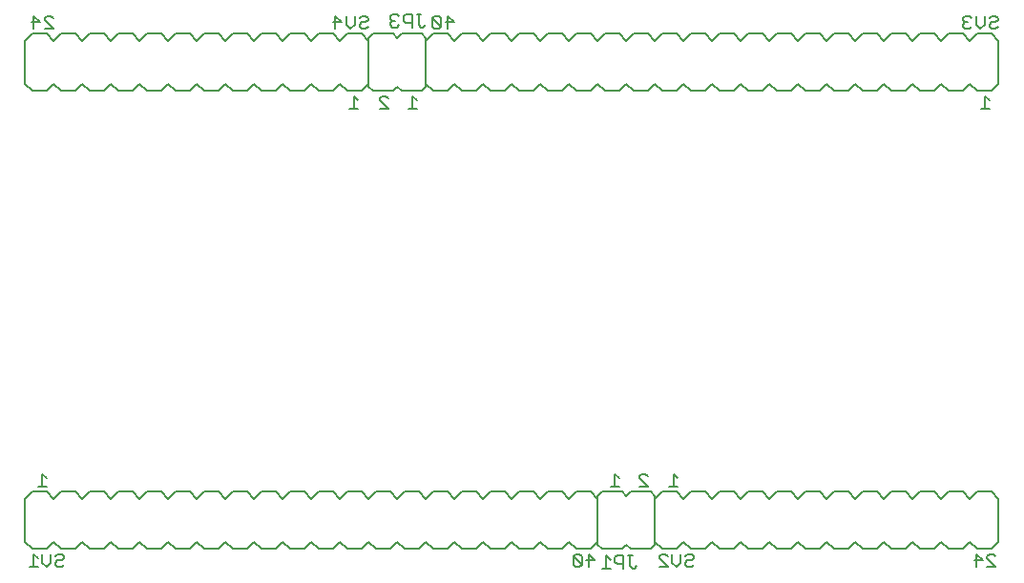
<source format=gbo>
G75*
%MOIN*%
%OFA0B0*%
%FSLAX24Y24*%
%IPPOS*%
%LPD*%
%AMOC8*
5,1,8,0,0,1.08239X$1,22.5*
%
%ADD10C,0.0060*%
%ADD11C,0.0050*%
D10*
X003180Y001430D02*
X003180Y002930D01*
X003430Y003180D01*
X003930Y003180D01*
X004180Y002930D01*
X004430Y003180D01*
X004930Y003180D01*
X005180Y002930D01*
X005430Y003180D01*
X005930Y003180D01*
X006180Y002930D01*
X006430Y003180D01*
X006930Y003180D01*
X007180Y002930D01*
X007430Y003180D01*
X007930Y003180D01*
X008180Y002930D01*
X008430Y003180D01*
X008930Y003180D01*
X009180Y002930D01*
X009430Y003180D01*
X009930Y003180D01*
X010180Y002930D01*
X010430Y003180D01*
X010930Y003180D01*
X011180Y002930D01*
X011430Y003180D01*
X011930Y003180D01*
X012180Y002930D01*
X012430Y003180D01*
X012930Y003180D01*
X013180Y002930D01*
X013430Y003180D01*
X013930Y003180D01*
X014180Y002930D01*
X014430Y003180D01*
X014930Y003180D01*
X015180Y002930D01*
X015430Y003180D01*
X015930Y003180D01*
X016180Y002930D01*
X016430Y003180D01*
X016930Y003180D01*
X017180Y002930D01*
X017430Y003180D01*
X017930Y003180D01*
X018180Y002930D01*
X018430Y003180D01*
X018930Y003180D01*
X019180Y002930D01*
X019430Y003180D01*
X019930Y003180D01*
X020180Y002930D01*
X020430Y003180D01*
X020930Y003180D01*
X021180Y002930D01*
X021430Y003180D01*
X021930Y003180D01*
X022180Y002930D01*
X022430Y003180D01*
X022930Y003180D01*
X023180Y002930D01*
X023180Y001430D01*
X022930Y001180D01*
X022430Y001180D01*
X022180Y001430D01*
X021930Y001180D01*
X021430Y001180D01*
X021180Y001430D01*
X020930Y001180D01*
X020430Y001180D01*
X020180Y001430D01*
X019930Y001180D01*
X019430Y001180D01*
X019180Y001430D01*
X018930Y001180D01*
X018430Y001180D01*
X018180Y001430D01*
X017930Y001180D01*
X017430Y001180D01*
X017180Y001430D01*
X016930Y001180D01*
X016430Y001180D01*
X016180Y001430D01*
X015930Y001180D01*
X015430Y001180D01*
X015180Y001430D01*
X014930Y001180D01*
X014430Y001180D01*
X014180Y001430D01*
X013930Y001180D01*
X013430Y001180D01*
X013180Y001430D01*
X012930Y001180D01*
X012430Y001180D01*
X012180Y001430D01*
X011930Y001180D01*
X011430Y001180D01*
X011180Y001430D01*
X010930Y001180D01*
X010430Y001180D01*
X010180Y001430D01*
X009930Y001180D01*
X009430Y001180D01*
X009180Y001430D01*
X008930Y001180D01*
X008430Y001180D01*
X008180Y001430D01*
X007930Y001180D01*
X007430Y001180D01*
X007180Y001430D01*
X006930Y001180D01*
X006430Y001180D01*
X006180Y001430D01*
X005930Y001180D01*
X005430Y001180D01*
X005180Y001430D01*
X004930Y001180D01*
X004430Y001180D01*
X004180Y001430D01*
X003930Y001180D01*
X003430Y001180D01*
X003180Y001430D01*
X023180Y001330D02*
X023330Y001180D01*
X024030Y001180D01*
X024180Y001330D01*
X024330Y001180D01*
X025030Y001180D01*
X025180Y001330D01*
X025180Y003030D01*
X025030Y003180D01*
X024330Y003180D01*
X024180Y003030D01*
X024030Y003180D01*
X023330Y003180D01*
X023180Y003030D01*
X023180Y001330D01*
X025180Y001430D02*
X025180Y002930D01*
X025430Y003180D01*
X025930Y003180D01*
X026180Y002930D01*
X026430Y003180D01*
X026930Y003180D01*
X027180Y002930D01*
X027430Y003180D01*
X027930Y003180D01*
X028180Y002930D01*
X028430Y003180D01*
X028930Y003180D01*
X029180Y002930D01*
X029430Y003180D01*
X029930Y003180D01*
X030180Y002930D01*
X030430Y003180D01*
X030930Y003180D01*
X031180Y002930D01*
X031430Y003180D01*
X031930Y003180D01*
X032180Y002930D01*
X032430Y003180D01*
X032930Y003180D01*
X033180Y002930D01*
X033430Y003180D01*
X033930Y003180D01*
X034180Y002930D01*
X034430Y003180D01*
X034930Y003180D01*
X035180Y002930D01*
X035430Y003180D01*
X035930Y003180D01*
X036180Y002930D01*
X036430Y003180D01*
X036930Y003180D01*
X037180Y002930D01*
X037180Y001430D01*
X036930Y001180D01*
X036430Y001180D01*
X036180Y001430D01*
X035930Y001180D01*
X035430Y001180D01*
X035180Y001430D01*
X034930Y001180D01*
X034430Y001180D01*
X034180Y001430D01*
X033930Y001180D01*
X033430Y001180D01*
X033180Y001430D01*
X032930Y001180D01*
X032430Y001180D01*
X032180Y001430D01*
X031930Y001180D01*
X031430Y001180D01*
X031180Y001430D01*
X030930Y001180D01*
X030430Y001180D01*
X030180Y001430D01*
X029930Y001180D01*
X029430Y001180D01*
X029180Y001430D01*
X028930Y001180D01*
X028430Y001180D01*
X028180Y001430D01*
X027930Y001180D01*
X027430Y001180D01*
X027180Y001430D01*
X026930Y001180D01*
X026430Y001180D01*
X026180Y001430D01*
X025930Y001180D01*
X025430Y001180D01*
X025180Y001430D01*
X024930Y017180D02*
X024430Y017180D01*
X024180Y017430D01*
X023930Y017180D01*
X023430Y017180D01*
X023180Y017430D01*
X022930Y017180D01*
X022430Y017180D01*
X022180Y017430D01*
X021930Y017180D01*
X021430Y017180D01*
X021180Y017430D01*
X020930Y017180D01*
X020430Y017180D01*
X020180Y017430D01*
X019930Y017180D01*
X019430Y017180D01*
X019180Y017430D01*
X018930Y017180D01*
X018430Y017180D01*
X018180Y017430D01*
X017930Y017180D01*
X017430Y017180D01*
X017180Y017430D01*
X017180Y018930D01*
X017430Y019180D01*
X017930Y019180D01*
X018180Y018930D01*
X018430Y019180D01*
X018930Y019180D01*
X019180Y018930D01*
X019430Y019180D01*
X019930Y019180D01*
X020180Y018930D01*
X020430Y019180D01*
X020930Y019180D01*
X021180Y018930D01*
X021430Y019180D01*
X021930Y019180D01*
X022180Y018930D01*
X022430Y019180D01*
X022930Y019180D01*
X023180Y018930D01*
X023430Y019180D01*
X023930Y019180D01*
X024180Y018930D01*
X024430Y019180D01*
X024930Y019180D01*
X025180Y018930D01*
X025430Y019180D01*
X025930Y019180D01*
X026180Y018930D01*
X026430Y019180D01*
X026930Y019180D01*
X027180Y018930D01*
X027430Y019180D01*
X027930Y019180D01*
X028180Y018930D01*
X028430Y019180D01*
X028930Y019180D01*
X029180Y018930D01*
X029430Y019180D01*
X029930Y019180D01*
X030180Y018930D01*
X030430Y019180D01*
X030930Y019180D01*
X031180Y018930D01*
X031430Y019180D01*
X031930Y019180D01*
X032180Y018930D01*
X032430Y019180D01*
X032930Y019180D01*
X033180Y018930D01*
X033430Y019180D01*
X033930Y019180D01*
X034180Y018930D01*
X034430Y019180D01*
X034930Y019180D01*
X035180Y018930D01*
X035430Y019180D01*
X035930Y019180D01*
X036180Y018930D01*
X036430Y019180D01*
X036930Y019180D01*
X037180Y018930D01*
X037180Y017430D01*
X036930Y017180D01*
X036430Y017180D01*
X036180Y017430D01*
X035930Y017180D01*
X035430Y017180D01*
X035180Y017430D01*
X034930Y017180D01*
X034430Y017180D01*
X034180Y017430D01*
X033930Y017180D01*
X033430Y017180D01*
X033180Y017430D01*
X032930Y017180D01*
X032430Y017180D01*
X032180Y017430D01*
X031930Y017180D01*
X031430Y017180D01*
X031180Y017430D01*
X030930Y017180D01*
X030430Y017180D01*
X030180Y017430D01*
X029930Y017180D01*
X029430Y017180D01*
X029180Y017430D01*
X028930Y017180D01*
X028430Y017180D01*
X028180Y017430D01*
X027930Y017180D01*
X027430Y017180D01*
X027180Y017430D01*
X026930Y017180D01*
X026430Y017180D01*
X026180Y017430D01*
X025930Y017180D01*
X025430Y017180D01*
X025180Y017430D01*
X024930Y017180D01*
X017180Y017330D02*
X017030Y017180D01*
X016330Y017180D01*
X016180Y017330D01*
X016030Y017180D01*
X015330Y017180D01*
X015180Y017330D01*
X015180Y019030D01*
X015330Y019180D01*
X016030Y019180D01*
X016180Y019030D01*
X016330Y019180D01*
X017030Y019180D01*
X017180Y019030D01*
X017180Y017330D01*
X015180Y017430D02*
X014930Y017180D01*
X014430Y017180D01*
X014180Y017430D01*
X013930Y017180D01*
X013430Y017180D01*
X013180Y017430D01*
X012930Y017180D01*
X012430Y017180D01*
X012180Y017430D01*
X011930Y017180D01*
X011430Y017180D01*
X011180Y017430D01*
X010930Y017180D01*
X010430Y017180D01*
X010180Y017430D01*
X009930Y017180D01*
X009430Y017180D01*
X009180Y017430D01*
X008930Y017180D01*
X008430Y017180D01*
X008180Y017430D01*
X007930Y017180D01*
X007430Y017180D01*
X007180Y017430D01*
X006930Y017180D01*
X006430Y017180D01*
X006180Y017430D01*
X005930Y017180D01*
X005430Y017180D01*
X005180Y017430D01*
X004930Y017180D01*
X004430Y017180D01*
X004180Y017430D01*
X003930Y017180D01*
X003430Y017180D01*
X003180Y017430D01*
X003180Y018930D01*
X003430Y019180D01*
X003930Y019180D01*
X004180Y018930D01*
X004430Y019180D01*
X004930Y019180D01*
X005180Y018930D01*
X005430Y019180D01*
X005930Y019180D01*
X006180Y018930D01*
X006430Y019180D01*
X006930Y019180D01*
X007180Y018930D01*
X007430Y019180D01*
X007930Y019180D01*
X008180Y018930D01*
X008430Y019180D01*
X008930Y019180D01*
X009180Y018930D01*
X009430Y019180D01*
X009930Y019180D01*
X010180Y018930D01*
X010430Y019180D01*
X010930Y019180D01*
X011180Y018930D01*
X011430Y019180D01*
X011930Y019180D01*
X012180Y018930D01*
X012430Y019180D01*
X012930Y019180D01*
X013180Y018930D01*
X013430Y019180D01*
X013930Y019180D01*
X014180Y018930D01*
X014430Y019180D01*
X014930Y019180D01*
X015180Y018930D01*
X015180Y017430D01*
D11*
X015630Y017005D02*
X015780Y017005D01*
X015855Y016930D01*
X015630Y017005D02*
X015555Y016930D01*
X015555Y016855D01*
X015855Y016555D01*
X015555Y016555D01*
X014805Y016555D02*
X014505Y016555D01*
X014655Y016555D02*
X014655Y017005D01*
X014805Y016855D01*
X016555Y016555D02*
X016855Y016555D01*
X016705Y016555D02*
X016705Y017005D01*
X016855Y016855D01*
X017005Y019405D02*
X016930Y019480D01*
X016930Y019855D01*
X017005Y019855D02*
X016855Y019855D01*
X016695Y019855D02*
X016469Y019855D01*
X016394Y019780D01*
X016394Y019630D01*
X016469Y019555D01*
X016695Y019555D01*
X016695Y019405D02*
X016695Y019855D01*
X016234Y019780D02*
X016159Y019855D01*
X016009Y019855D01*
X015934Y019780D01*
X015934Y019705D01*
X016009Y019630D01*
X015934Y019555D01*
X015934Y019480D01*
X016009Y019405D01*
X016159Y019405D01*
X016234Y019480D01*
X016084Y019630D02*
X016009Y019630D01*
X015155Y019655D02*
X015080Y019580D01*
X014930Y019580D01*
X014855Y019505D01*
X014855Y019430D01*
X014930Y019355D01*
X015080Y019355D01*
X015155Y019430D01*
X015155Y019655D02*
X015155Y019730D01*
X015080Y019805D01*
X014930Y019805D01*
X014855Y019730D01*
X014695Y019805D02*
X014695Y019505D01*
X014544Y019355D01*
X014394Y019505D01*
X014394Y019805D01*
X014234Y019580D02*
X013934Y019580D01*
X014009Y019355D02*
X014009Y019805D01*
X014234Y019580D01*
X017005Y019405D02*
X017080Y019405D01*
X017155Y019480D01*
X017394Y019430D02*
X017394Y019730D01*
X017695Y019430D01*
X017620Y019355D01*
X017469Y019355D01*
X017394Y019430D01*
X017394Y019730D02*
X017469Y019805D01*
X017620Y019805D01*
X017695Y019730D01*
X017695Y019430D01*
X017855Y019580D02*
X018155Y019580D01*
X017930Y019805D01*
X017930Y019355D01*
X004155Y019355D02*
X003855Y019655D01*
X003855Y019730D01*
X003930Y019805D01*
X004080Y019805D01*
X004155Y019730D01*
X004155Y019355D02*
X003855Y019355D01*
X003695Y019580D02*
X003394Y019580D01*
X003469Y019355D02*
X003469Y019805D01*
X003695Y019580D01*
X003765Y003805D02*
X003765Y003355D01*
X003915Y003355D02*
X003615Y003355D01*
X003915Y003655D02*
X003765Y003805D01*
X003776Y001005D02*
X003776Y000705D01*
X003926Y000555D01*
X004076Y000705D01*
X004076Y001005D01*
X004236Y000930D02*
X004311Y001005D01*
X004461Y001005D01*
X004536Y000930D01*
X004536Y000855D01*
X004461Y000780D01*
X004311Y000780D01*
X004236Y000705D01*
X004236Y000630D01*
X004311Y000555D01*
X004461Y000555D01*
X004536Y000630D01*
X003615Y000555D02*
X003315Y000555D01*
X003465Y000555D02*
X003465Y001005D01*
X003615Y000855D01*
X022315Y000930D02*
X022315Y000630D01*
X022390Y000555D01*
X022540Y000555D01*
X022615Y000630D01*
X022315Y000930D01*
X022390Y001005D01*
X022540Y001005D01*
X022615Y000930D01*
X022615Y000630D01*
X022776Y000780D02*
X023076Y000780D01*
X022851Y001005D01*
X022851Y000555D01*
X023315Y000505D02*
X023615Y000505D01*
X023465Y000505D02*
X023465Y000955D01*
X023615Y000805D01*
X023776Y000730D02*
X023851Y000655D01*
X024076Y000655D01*
X024076Y000505D02*
X024076Y000955D01*
X023851Y000955D01*
X023776Y000880D01*
X023776Y000730D01*
X024236Y000955D02*
X024386Y000955D01*
X024311Y000955D02*
X024311Y000580D01*
X024386Y000505D01*
X024461Y000505D01*
X024536Y000580D01*
X025315Y000555D02*
X025615Y000555D01*
X025315Y000855D01*
X025315Y000930D01*
X025390Y001005D01*
X025540Y001005D01*
X025615Y000930D01*
X025776Y001005D02*
X025776Y000705D01*
X025926Y000555D01*
X026076Y000705D01*
X026076Y001005D01*
X026236Y000930D02*
X026311Y001005D01*
X026461Y001005D01*
X026536Y000930D01*
X026536Y000855D01*
X026461Y000780D01*
X026311Y000780D01*
X026236Y000705D01*
X026236Y000630D01*
X026311Y000555D01*
X026461Y000555D01*
X026536Y000630D01*
X025965Y003355D02*
X025665Y003355D01*
X025815Y003355D02*
X025815Y003805D01*
X025965Y003655D01*
X024915Y003730D02*
X024840Y003805D01*
X024690Y003805D01*
X024615Y003730D01*
X024615Y003655D01*
X024915Y003355D01*
X024615Y003355D01*
X023915Y003355D02*
X023615Y003355D01*
X023765Y003355D02*
X023765Y003805D01*
X023915Y003655D01*
X036315Y000780D02*
X036615Y000780D01*
X036390Y001005D01*
X036390Y000555D01*
X036776Y000555D02*
X037076Y000555D01*
X036776Y000855D01*
X036776Y000930D01*
X036851Y001005D01*
X037001Y001005D01*
X037076Y000930D01*
X036855Y016555D02*
X036555Y016555D01*
X036705Y016555D02*
X036705Y017005D01*
X036855Y016855D01*
X036930Y019355D02*
X037080Y019355D01*
X037155Y019430D01*
X037080Y019580D02*
X036930Y019580D01*
X036855Y019505D01*
X036855Y019430D01*
X036930Y019355D01*
X037080Y019580D02*
X037155Y019655D01*
X037155Y019730D01*
X037080Y019805D01*
X036930Y019805D01*
X036855Y019730D01*
X036695Y019805D02*
X036695Y019505D01*
X036544Y019355D01*
X036394Y019505D01*
X036394Y019805D01*
X036234Y019730D02*
X036159Y019805D01*
X036009Y019805D01*
X035934Y019730D01*
X035934Y019655D01*
X036009Y019580D01*
X035934Y019505D01*
X035934Y019430D01*
X036009Y019355D01*
X036159Y019355D01*
X036234Y019430D01*
X036084Y019580D02*
X036009Y019580D01*
M02*

</source>
